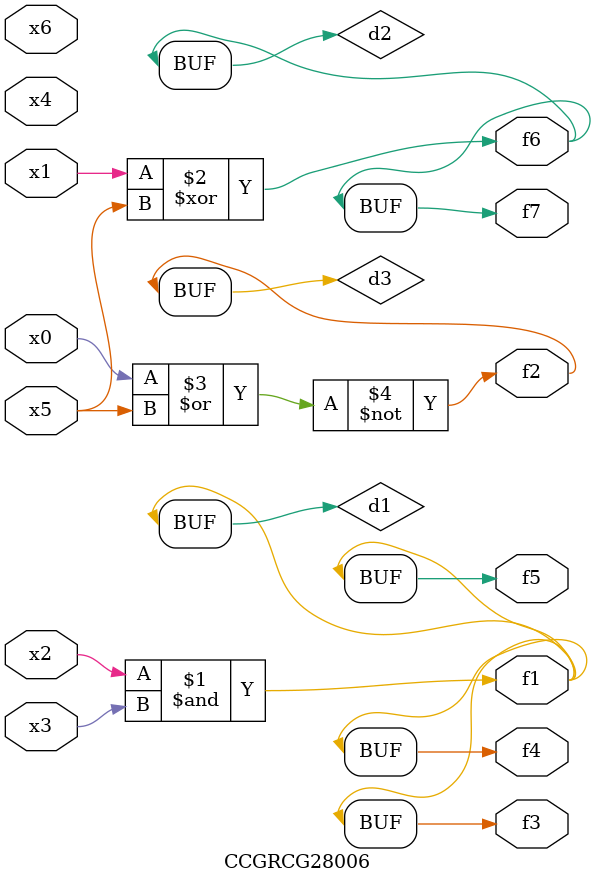
<source format=v>
module CCGRCG28006(
	input x0, x1, x2, x3, x4, x5, x6,
	output f1, f2, f3, f4, f5, f6, f7
);

	wire d1, d2, d3;

	and (d1, x2, x3);
	xor (d2, x1, x5);
	nor (d3, x0, x5);
	assign f1 = d1;
	assign f2 = d3;
	assign f3 = d1;
	assign f4 = d1;
	assign f5 = d1;
	assign f6 = d2;
	assign f7 = d2;
endmodule

</source>
